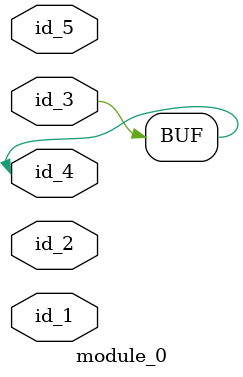
<source format=v>
module module_0 (
    id_1,
    id_2,
    id_3,
    id_4,
    id_5
);
  input wire id_5;
  inout wire id_4;
  inout wire id_3;
  inout wire id_2;
  input wire id_1;
  assign id_4 = id_3;
endmodule
module module_1 #(
    parameter id_2 = 32'd92,
    parameter id_3 = 32'd49
) (
    id_1,
    _id_2,
    _id_3,
    id_4,
    id_5
);
  output wire id_5;
  output wire id_4;
  inout wire _id_3;
  inout wire _id_2;
  output wire id_1;
  wire ['b0 : id_3] id_6, id_7, id_8;
  module_0 modCall_1 (
      id_6,
      id_8,
      id_6,
      id_6,
      id_8
  );
  wire id_9;
  wire ["" : id_2] id_10;
endmodule

</source>
